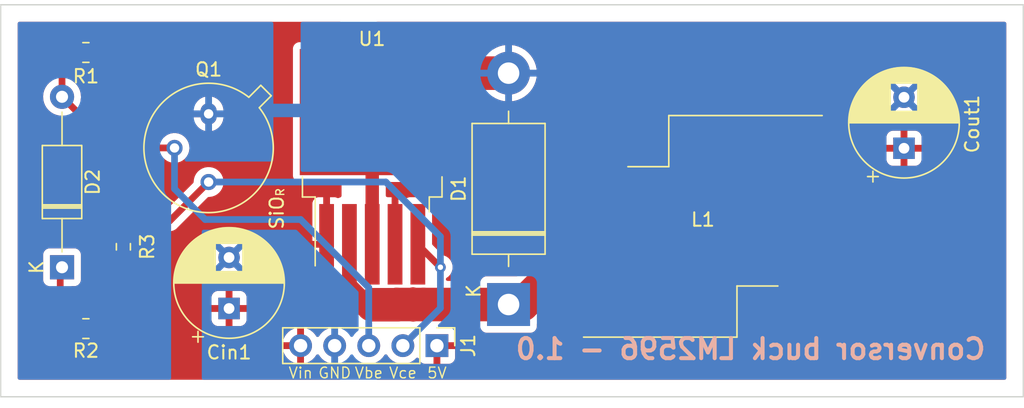
<source format=kicad_pcb>
(kicad_pcb (version 20211014) (generator pcbnew)
  (layers (0 "F.Cu" signal) (31 "B.Cu" signal) (34 "B.Paste" user) (35 "F.Paste" user) (36 "B.SilkS" user "B.Silkscreen") (37 "F.SilkS" user "F.Silkscreen") (38 "B.Mask" user) (39 "F.Mask" user) (44 "Edge.Cuts" user))
  (net 0 "")
  (net 1 "GND")
  (net 2 "/+5V")
  (net 3 "Net-(D2-Pad1)")
  (net 4 "/Vbe")
  (net 5 "/Vce")
  (net 6 "/Vin")
  (net 7 "/Vout")
  (footprint "Package_TO_SOT_THT:TO-39-3" (layer "F.Cu") (at 143.764 110.998 -90)
    (fp_text reference "Q1" (at -3.302 0 180) (layer "F.SilkS"))
    (fp_text value "2N2222")
    (fp_line (start -1.348039 -4.665856) (end -2.125856 -3.888039) (layer "F.SilkS") (width 0.12))
    (fp_line (start -2.125856 -3.888039) (end -1.234902 -2.997084) (layer "F.SilkS") (width 0.12))
    (fp_line (start -0.457084 -3.774902) (end -1.348039 -4.665856) (layer "F.SilkS") (width 0.12))
    (fp_arc (start -0.457084 -3.774902) (mid 5.948125 3.408384) (end -1.234674 -2.997371) (layer "F.SilkS") (width 0.12))
    (pad "1" thru_hole oval (at 0 0 270) (size 1.6 1.2) (drill 0.7) (layers *.Cu *.Mask) (net 1 "GND"))
    (pad "2" thru_hole oval (at 2.54 2.54 270) (size 1.2 1.2) (drill 0.7) (layers *.Cu *.Mask) (net 4 "/Vbe"))
    (pad "3" thru_hole oval (at 5.08 0 270) (size 1.2 1.2) (drill 0.7) (layers *.Cu *.Mask) (net 5 "/Vce"))
  )
  (footprint "Capacitor_THT:CP_Radial_D8.0mm_P3.80mm" (layer "F.Cu") (at 145.288 125.500651 90)
    (fp_text reference "Cin1" (at -3.277349 0 180) (layer "F.SilkS"))
    (fp_text value "560 uF")
    (fp_line (start 5.941 -0.768) (end 5.941 0.768) (layer "F.SilkS") (width 0.12))
    (fp_line (start 2.54 -4.03) (end 2.54 4.03) (layer "F.SilkS") (width 0.12))
    (fp_line (start 3.421 -3.79) (end 3.421 -1.04) (layer "F.SilkS") (width 0.12))
    (fp_line (start 5.381 -2.166) (end 5.381 2.166) (layer "F.SilkS") (width 0.12))
    (fp_line (start 2.661 -4.01) (end 2.661 4.01) (layer "F.SilkS") (width 0.12))
    (fp_line (start -2.109698 -2.715) (end -2.109698 -1.915) (layer "F.SilkS") (width 0.12))
    (fp_line (start 2.18 -4.071) (end 2.18 4.071) (layer "F.SilkS") (width 0.12))
    (fp_line (start 3.061 1.04) (end 3.061 3.914) (layer "F.SilkS") (width 0.12))
    (fp_line (start 4.021 1.04) (end 4.021 3.493) (layer "F.SilkS") (width 0.12))
    (fp_line (start 5.541 -1.89) (end 5.541 1.89) (layer "F.SilkS") (width 0.12))
    (fp_line (start 3.261 -3.85) (end 3.261 -1.04) (layer "F.SilkS") (width 0.12))
    (fp_line (start 4.261 -3.338) (end 4.261 -1.04) (layer "F.SilkS") (width 0.12))
    (fp_line (start 2.1 -4.076) (end 2.1 4.076) (layer "F.SilkS") (width 0.12))
    (fp_line (start 4.501 1.04) (end 4.501 3.156) (layer "F.SilkS") (width 0.12))
    (fp_line (start 2.42 -4.048) (end 2.42 4.048) (layer "F.SilkS") (width 0.12))
    (fp_line (start 4.821 1.04) (end 4.821 2.867) (layer "F.SilkS") (width 0.12))
    (fp_line (start 3.541 1.04) (end 3.541 3.74) (layer "F.SilkS") (width 0.12))
    (fp_line (start 4.341 -3.28) (end 4.341 -1.04) (layer "F.SilkS") (width 0.12))
    (fp_line (start 4.661 1.04) (end 4.661 3.019) (layer "F.SilkS") (width 0.12))
    (fp_line (start 4.261 1.04) (end 4.261 3.338) (layer "F.SilkS") (width 0.12))
    (fp_line (start 4.821 -2.867) (end 4.821 -1.04) (layer "F.SilkS") (width 0.12))
    (fp_line (start 5.221 -2.4) (end 5.221 2.4) (layer "F.SilkS") (width 0.12))
    (fp_line (start 2.781 -3.985) (end 2.781 -1.04) (layer "F.SilkS") (width 0.12))
    (fp_line (start 3.341 -3.821) (end 3.341 -1.04) (layer "F.SilkS") (width 0.12))
    (fp_line (start 2.901 -3.957) (end 2.901 -1.04) (layer "F.SilkS") (width 0.12))
    (fp_line (start 4.141 -3.418) (end 4.141 -1.04) (layer "F.SilkS") (width 0.12))
    (fp_line (start 2.58 -4.024) (end 2.58 4.024) (layer "F.SilkS") (width 0.12))
    (fp_line (start 4.061 1.04) (end 4.061 3.469) (layer "F.SilkS") (width 0.12))
    (fp_line (start 4.621 1.04) (end 4.621 3.055) (layer "F.SilkS") (width 0.12))
    (fp_line (start 4.541 1.04) (end 4.541 3.124) (layer "F.SilkS") (width 0.12))
    (fp_line (start 2.941 1.04) (end 2.941 3.947) (layer "F.SilkS") (width 0.12))
    (fp_line (start 2.02 -4.079) (end 2.02 4.079) (layer "F.SilkS") (width 0.12))
    (fp_line (start 4.741 1.04) (end 4.741 2.945) (layer "F.SilkS") (width 0.12))
    (fp_line (start 3.301 -3.835) (end 3.301 -1.04) (layer "F.SilkS") (width 0.12))
    (fp_line (start 5.741 -1.453) (end 5.741 1.453) (layer "F.SilkS") (width 0.12))
    (fp_line (start 4.461 1.04) (end 4.461 3.189) (layer "F.SilkS") (width 0.12))
    (fp_line (start 4.701 1.04) (end 4.701 2.983) (layer "F.SilkS") (width 0.12))
    (fp_line (start 3.741 1.04) (end 3.741 3.647) (layer "F.SilkS") (width 0.12))
    (fp_line (start 3.261 1.04) (end 3.261 3.85) (layer "F.SilkS") (width 0.12))
    (fp_line (start 3.061 -3.914) (end 3.061 -1.04) (layer "F.SilkS") (width 0.12))
    (fp_line (start 3.141 -3.889) (end 3.141 -1.04) (layer "F.SilkS") (width 0.12))
    (fp_line (start 5.621 -1.731) (end 5.621 1.731) (layer "F.SilkS") (width 0.12))
    (fp_line (start 4.181 -3.392) (end 4.181 -1.04) (layer "F.SilkS") (width 0.12))
    (fp_line (start 3.181 1.04) (end 3.181 3.877) (layer "F.SilkS") (width 0.12))
    (fp_line (start 5.661 -1.645) (end 5.661 1.645) (layer "F.SilkS") (width 0.12))
    (fp_line (start 4.701 -2.983) (end 4.701 -1.04) (layer "F.SilkS") (width 0.12))
    (fp_line (start 3.021 -3.925) (end 3.021 -1.04) (layer "F.SilkS") (width 0.12))
    (fp_line (start 3.381 1.04) (end 3.381 3.805) (layer "F.SilkS") (width 0.12))
    (fp_line (start 5.821 -1.229) (end 5.821 1.229) (layer "F.SilkS") (width 0.12))
    (fp_line (start 2.06 -4.077) (end 2.06 4.077) (layer "F.SilkS") (width 0.12))
    (fp_line (start 2.981 1.04) (end 2.981 3.936) (layer "F.SilkS") (width 0.12))
    (fp_line (start 4.981 -2.697) (end 4.981 2.697) (layer "F.SilkS") (width 0.12))
    (fp_line (start 4.301 1.04) (end 4.301 3.309) (layer "F.SilkS") (width 0.12))
    (fp_line (start 1.9 -4.08) (end 1.9 4.08) (layer "F.SilkS") (width 0.12))
    (fp_line (start 3.301 1.04) (end 3.301 3.835) (layer "F.SilkS") (width 0.12))
    (fp_line (start 4.541 -3.124) (end 4.541 -1.04) (layer "F.SilkS") (width 0.12))
    (fp_line (start 2.701 -4.002) (end 2.701 4.002) (layer "F.SilkS") (width 0.12))
    (fp_line (start 4.181 1.04) (end 4.181 3.392) (layer "F.SilkS") (width 0.12))
    (fp_line (start 2.34 -4.057) (end 2.34 4.057) (layer "F.SilkS") (width 0.12))
    (fp_line (start 4.381 -3.25) (end 4.381 -1.04) (layer "F.SilkS") (width 0.12))
    (fp_line (start 3.621 1.04) (end 3.621 3.704) (layer "F.SilkS") (width 0.12))
    (fp_line (start 4.941 -2.741) (end 4.941 2.741) (layer "F.SilkS") (width 0.12))
    (fp_line (start 2.621 -4.017) (end 2.621 4.017) (layer "F.SilkS") (width 0.12))
    (fp_line (start 5.901 -0.948) (end 5.901 0.948) (layer "F.SilkS") (width 0.12))
    (fp_line (start 3.341 1.04) (end 3.341 3.821) (layer "F.SilkS") (width 0.12))
    (fp_line (start 5.021 -2.651) (end 5.021 2.651) (layer "F.SilkS") (width 0.12))
    (fp_line (start 3.901 1.04) (end 3.901 3.562) (layer "F.SilkS") (width 0.12))
    (fp_line (start 3.621 -3.704) (end 3.621 -1.04) (layer "F.SilkS") (width 0.12))
    (fp_line (start 3.541 -3.74) (end 3.541 -1.04) (layer "F.SilkS") (width 0.12))
    (fp_line (start 2.941 -3.947) (end 2.941 -1.04) (layer "F.SilkS") (width 0.12))
    (fp_line (start 3.661 1.04) (end 3.661 3.686) (layer "F.SilkS") (width 0.12))
    (fp_line (start 3.661 -3.686) (end 3.661 -1.04) (layer "F.SilkS") (width 0.12))
    (fp_line (start 4.101 1.04) (end 4.101 3.444) (layer "F.SilkS") (width 0.12))
    (fp_line (start 3.861 1.04) (end 3.861 3.584) (layer "F.SilkS") (width 0.12))
    (fp_line (start 2.3 -4.061) (end 2.3 4.061) (layer "F.SilkS") (width 0.12))
    (fp_line (start 5.501 -1.964) (end 5.501 1.964) (layer "F.SilkS") (width 0.12))
    (fp_line (start 5.101 -2.556) (end 5.101 2.556) (layer "F.SilkS") (width 0.12))
    (fp_line (start 3.981 -3.517) (end 3.981 -1.04) (layer "F.SilkS") (width 0.12))
    (fp_line (start 3.421 1.04) (end 3.421 3.79) (layer "F.SilkS") (width 0.12))
    (fp_line (start 4.141 1.04) (end 4.141 3.418) (layer "F.SilkS") (width 0.12))
    (fp_line (start 3.181 -3.877) (end 3.181 -1.04) (layer "F.SilkS") (width 0.12))
    (fp_line (start 3.941 -3.54) (end 3.941 -1.04) (layer "F.SilkS") (width 0.12))
    (fp_line (start 4.661 -3.019) (end 4.661 -1.04) (layer "F.SilkS") (width 0.12))
    (fp_line (start 2.14 -4.074) (end 2.14 4.074) (layer "F.SilkS") (width 0.12))
    (fp_line (start 2.38 -4.052) (end 2.38 4.052) (layer "F.SilkS") (width 0.12))
    (fp_line (start 2.861 -3.967) (end 2.861 -1.04) (layer "F.SilkS") (width 0.12))
    (fp_line (start 4.621 -3.055) (end 4.621 -1.04) (layer "F.SilkS") (width 0.12))
    (fp_line (start 4.301 -3.309) (end 4.301 -1.04) (layer "F.SilkS") (width 0.12))
    (fp_line (start 5.181 -2.454) (end 5.181 2.454) (layer "F.SilkS") (width 0.12))
    (fp_line (start 3.141 1.04) (end 3.141 3.889) (layer "F.SilkS") (width 0.12))
    (fp_line (start 4.581 -3.09) (end 4.581 -1.04) (layer "F.SilkS") (width 0.12))
    (fp_line (start 2.901 1.04) (end 2.901 3.957) (layer "F.SilkS") (width 0.12))
    (fp_line (start 3.901 -3.562) (end 3.901 -1.04) (layer "F.SilkS") (width 0.12))
    (fp_line (start 2.821 1.04) (end 2.821 3.976) (layer "F.SilkS") (width 0.12))
    (fp_line (start 4.781 1.04) (end 4.781 2.907) (layer "F.SilkS") (width 0.12))
    (fp_line (start 3.581 -3.722) (end 3.581 -1.04) (layer "F.SilkS") (width 0.12))
    (fp_line (start 4.421 -3.22) (end 4.421 -1.04) (layer "F.SilkS") (width 0.12))
    (fp_line (start 3.101 1.04) (end 3.101 3.902) (layer "F.SilkS") (width 0.12))
    (fp_line (start 5.461 -2.034) (end 5.461 2.034) (layer "F.SilkS") (width 0.12))
    (fp_line (start 5.581 -1.813) (end 5.581 1.813) (layer "F.SilkS") (width 0.12))
    (fp_line (start 5.701 -1.552) (end 5.701 1.552) (layer "F.SilkS") (width 0.12))
    (fp_line (start 2.46 -4.042) (end 2.46 4.042) (layer "F.SilkS") (width 0.12))
    (fp_line (start 1.94 -4.08) (end 1.94 4.08) (layer "F.SilkS") (width 0.12))
    (fp_line (start 5.301 -2.287) (end 5.301 2.287) (layer "F.SilkS") (width 0.12))
    (fp_line (start 2.821 -3.976) (end 2.821 -1.04) (layer "F.SilkS") (width 0.12))
    (fp_line (start 2.22 -4.068) (end 2.22 4.068) (layer "F.SilkS") (width 0.12))
    (fp_line (start 3.701 -3.666) (end 3.701 -1.04) (layer "F.SilkS") (width 0.12))
    (fp_line (start 3.461 1.04) (end 3.461 3.774) (layer "F.SilkS") (width 0.12))
    (fp_line (start 3.701 1.04) (end 3.701 3.666) (layer "F.SilkS") (width 0.12))
    (fp_line (start 3.501 -3.757) (end 3.501 -1.04) (layer "F.SilkS") (width 0.12))
    (fp_line (start 3.101 -3.902) (end 3.101 -1.04) (layer "F.SilkS") (width 0.12))
    (fp_line (start 3.821 1.04) (end 3.821 3.606) (layer "F.SilkS") (width 0.12))
    (fp_line (start 4.741 -2.945) (end 4.741 -1.04) (layer "F.SilkS") (width 0.12))
    (fp_line (start 4.781 -2.907) (end 4.781 -1.04) (layer "F.SilkS") (width 0.12))
    (fp_line (start 4.061 -3.469) (end 4.061 -1.04) (layer "F.SilkS") (width 0.12))
    (fp_line (start 2.26 -4.065) (end 2.26 4.065) (layer "F.SilkS") (width 0.12))
    (fp_line (start 2.5 -4.037) (end 2.5 4.037) (layer "F.SilkS") (width 0.12))
    (fp_line (start 5.141 -2.505) (end 5.141 2.505) (layer "F.SilkS") (width 0.12))
    (fp_line (start 4.341 1.04) (end 4.341 3.28) (layer "F.SilkS") (width 0.12))
    (fp_line (start 3.781 -3.627) (end 3.781 -1.04) (layer "F.SilkS") (width 0.12))
    (fp_line (start 5.781 -1.346) (end 5.781 1.346) (layer "F.SilkS") (width 0.12))
    (fp_line (start 3.741 -3.647) (end 3.741 -1.04) (layer "F.SilkS") (width 0.12))
    (fp_line (start 3.221 1.04) (end 3.221 3.863) (layer "F.SilkS") (width 0.12))
    (fp_line (start 4.221 -3.365) (end 4.221 -1.04) (layer "F.SilkS") (width 0.12))
    (fp_line (start 2.981 -3.936) (end 2.981 -1.04) (layer "F.SilkS") (width 0.12))
    (fp_line (start 4.901 -2.784) (end 4.901 2.784) (layer "F.SilkS") (width 0.12))
    (fp_line (start 2.741 -3.994) (end 2.741 3.994) (layer "F.SilkS") (width 0.12))
    (fp_line (start 4.501 -3.156) (end 4.501 -1.04) (layer "F.SilkS") (width 0.12))
    (fp_line (start 2.861 1.04) (end 2.861 3.967) (layer "F.SilkS") (width 0.12))
    (fp_line (start 4.381 1.04) (end 4.381 3.25) (layer "F.SilkS") (width 0.12))
    (fp_line (start -2.509698 -2.315) (end -1.709698 -2.315) (layer "F.SilkS") (width 0.12))
    (fp_line (start 5.861 -1.098) (end 5.861 1.098) (layer "F.SilkS") (width 0.12))
    (fp_line (start 5.981 -0.533) (end 5.981 0.533) (layer "F.SilkS") (width 0.12))
    (fp_line (start 3.981 1.04) (end 3.981 3.517) (layer "F.SilkS") (width 0.12))
    (fp_line (start 4.221 1.04) (end 4.221 3.365) (layer "F.SilkS") (width 0.12))
    (fp_line (start 4.581 1.04) (end 4.581 3.09) (layer "F.SilkS") (width 0.12))
    (fp_line (start 3.821 -3.606) (end 3.821 -1.04) (layer "F.SilkS") (width 0.12))
    (fp_line (start 3.501 1.04) (end 3.501 3.757) (layer "F.SilkS") (width 0.12))
    (fp_line (start 2.781 1.04) (end 2.781 3.985) (layer "F.SilkS") (width 0.12))
    (fp_line (start 3.861 -3.584) (end 3.861 -1.04) (layer "F.SilkS") (width 0.12))
    (fp_line (start 4.021 -3.493) (end 4.021 -1.04) (layer "F.SilkS") (width 0.12))
    (fp_line (start 5.421 -2.102) (end 5.421 2.102) (layer "F.SilkS") (width 0.12))
    (fp_line (start 3.381 -3.805) (end 3.381 -1.04) (layer "F.SilkS") (width 0.12))
    (fp_line (start 3.461 -3.774) (end 3.461 -1.04) (layer "F.SilkS") (width 0.12))
    (fp_line (start 4.421 1.04) (end 4.421 3.22) (layer "F.SilkS") (width 0.12))
    (fp_line (start 4.101 -3.444) (end 4.101 -1.04) (layer "F.SilkS") (width 0.12))
    (fp_line (start 1.98 -4.08) (end 1.98 4.08) (layer "F.SilkS") (width 0.12))
    (fp_line (start 3.941 1.04) (end 3.941 3.54) (layer "F.SilkS") (width 0.12))
    (fp_line (start 4.861 -2.826) (end 4.861 2.826) (layer "F.SilkS") (width 0.12))
    (fp_line (start 3.021 1.04) (end 3.021 3.925) (layer "F.SilkS") (width 0.12))
    (fp_line (start 5.341 -2.228) (end 5.341 2.228) (layer "F.SilkS") (width 0.12))
    (fp_line (start 3.781 1.04) (end 3.781 3.627) (layer "F.SilkS") (width 0.12))
    (fp_line (start 4.461 -3.189) (end 4.461 -1.04) (layer "F.SilkS") (width 0.12))
    (fp_line (start 5.261 -2.345) (end 5.261 2.345) (layer "F.SilkS") (width 0.12))
    (fp_line (start 5.061 -2.604) (end 5.061 2.604) (layer "F.SilkS") (width 0.12))
    (fp_line (start 3.581 1.04) (end 3.581 3.722) (layer "F.SilkS") (width 0.12))
    (fp_line (start 3.221 -3.863) (end 3.221 -1.04) (layer "F.SilkS") (width 0.12))
    (fp_circle (center 1.9 0) (end 6.02 0) (layer "F.SilkS") (width 0.12) (fill none))
    (pad "1" thru_hole rect (at 0 0 90) (size 1.6 1.6) (drill 0.8) (layers *.Cu *.Mask) (net 6 "/Vin"))
    (pad "2" thru_hole circle (at 3.8 0 90) (size 1.6 1.6) (drill 0.8) (layers *.Cu *.Mask) (net 1 "GND"))
  )
  (footprint "Capacitor_THT:CP_Radial_D8.0mm_P3.80mm" (layer "F.Cu") (at 195.58 113.562651 90)
    (fp_text reference "Cout1" (at 1.802651 5.08 90) (layer "F.SilkS"))
    (fp_text value "560 uF")
    (fp_line (start 4.141 1.04) (end 4.141 3.418) (layer "F.SilkS") (width 0.12))
    (fp_line (start 5.581 -1.813) (end 5.581 1.813) (layer "F.SilkS") (width 0.12))
    (fp_line (start 3.741 1.04) (end 3.741 3.647) (layer "F.SilkS") (width 0.12))
    (fp_line (start 3.501 1.04) (end 3.501 3.757) (layer "F.SilkS") (width 0.12))
    (fp_line (start 3.501 -3.757) (end 3.501 -1.04) (layer "F.SilkS") (width 0.12))
    (fp_line (start -2.109698 -2.715) (end -2.109698 -1.915) (layer "F.SilkS") (width 0.12))
    (fp_line (start 1.94 -4.08) (end 1.94 4.08) (layer "F.SilkS") (width 0.12))
    (fp_line (start 3.461 -3.774) (end 3.461 -1.04) (layer "F.SilkS") (width 0.12))
    (fp_line (start 4.901 -2.784) (end 4.901 2.784) (layer "F.SilkS") (width 0.12))
    (fp_line (start 3.101 -3.902) (end 3.101 -1.04) (layer "F.SilkS") (width 0.12))
    (fp_line (start 4.541 -3.124) (end 4.541 -1.04) (layer "F.SilkS") (width 0.12))
    (fp_line (start 3.421 1.04) (end 3.421 3.79) (layer "F.SilkS") (width 0.12))
    (fp_line (start 2.54 -4.03) (end 2.54 4.03) (layer "F.SilkS") (width 0.12))
    (fp_line (start 4.381 1.04) (end 4.381 3.25) (layer "F.SilkS") (width 0.12))
    (fp_line (start 2.58 -4.024) (end 2.58 4.024) (layer "F.SilkS") (width 0.12))
    (fp_line (start 4.821 1.04) (end 4.821 2.867) (layer "F.SilkS") (width 0.12))
    (fp_line (start 5.821 -1.229) (end 5.821 1.229) (layer "F.SilkS") (width 0.12))
    (fp_line (start 5.101 -2.556) (end 5.101 2.556) (layer "F.SilkS") (width 0.12))
    (fp_line (start 2.14 -4.074) (end 2.14 4.074) (layer "F.SilkS") (width 0.12))
    (fp_line (start 5.341 -2.228) (end 5.341 2.228) (layer "F.SilkS") (width 0.12))
    (fp_line (start 4.101 1.04) (end 4.101 3.444) (layer "F.SilkS") (width 0.12))
    (fp_line (start 4.381 -3.25) (end 4.381 -1.04) (layer "F.SilkS") (width 0.12))
    (fp_line (start 4.941 -2.741) (end 4.941 2.741) (layer "F.SilkS") (width 0.12))
    (fp_line (start 3.901 -3.562) (end 3.901 -1.04) (layer "F.SilkS") (width 0.12))
    (fp_line (start 2.3 -4.061) (end 2.3 4.061) (layer "F.SilkS") (width 0.12))
    (fp_line (start 5.541 -1.89) (end 5.541 1.89) (layer "F.SilkS") (width 0.12))
    (fp_line (start 4.181 1.04) (end 4.181 3.392) (layer "F.SilkS") (width 0.12))
    (fp_line (start 2.821 -3.976) (end 2.821 -1.04) (layer "F.SilkS") (width 0.12))
    (fp_line (start 4.221 -3.365) (end 4.221 -1.04) (layer "F.SilkS") (width 0.12))
    (fp_line (start 5.461 -2.034) (end 5.461 2.034) (layer "F.SilkS") (width 0.12))
    (fp_line (start 4.181 -3.392) (end 4.181 -1.04) (layer "F.SilkS") (width 0.12))
    (fp_line (start 4.501 -3.156) (end 4.501 -1.04) (layer "F.SilkS") (width 0.12))
    (fp_line (start 3.701 -3.666) (end 3.701 -1.04) (layer "F.SilkS") (width 0.12))
    (fp_line (start 3.061 -3.914) (end 3.061 -1.04) (layer "F.SilkS") (width 0.12))
    (fp_line (start 2.901 1.04) (end 2.901 3.957) (layer "F.SilkS") (width 0.12))
    (fp_line (start 4.021 1.04) (end 4.021 3.493) (layer "F.SilkS") (width 0.12))
    (fp_line (start 5.861 -1.098) (end 5.861 1.098) (layer "F.SilkS") (width 0.12))
    (fp_line (start 4.781 1.04) (end 4.781 2.907) (layer "F.SilkS") (width 0.12))
    (fp_line (start 4.741 1.04) (end 4.741 2.945) (layer "F.SilkS") (width 0.12))
    (fp_line (start 2.5 -4.037) (end 2.5 4.037) (layer "F.SilkS") (width 0.12))
    (fp_line (start 3.861 1.04) (end 3.861 3.584) (layer "F.SilkS") (width 0.12))
    (fp_line (start 3.541 -3.74) (end 3.541 -1.04) (layer "F.SilkS") (width 0.12))
    (fp_line (start 4.461 -3.189) (end 4.461 -1.04) (layer "F.SilkS") (width 0.12))
    (fp_line (start 4.061 -3.469) (end 4.061 -1.04) (layer "F.SilkS") (width 0.12))
    (fp_line (start 3.461 1.04) (end 3.461 3.774) (layer "F.SilkS") (width 0.12))
    (fp_line (start 5.221 -2.4) (end 5.221 2.4) (layer "F.SilkS") (width 0.12))
    (fp_line (start 5.661 -1.645) (end 5.661 1.645) (layer "F.SilkS") (width 0.12))
    (fp_line (start 2.861 1.04) (end 2.861 3.967) (layer "F.SilkS") (width 0.12))
    (fp_line (start 3.581 1.04) (end 3.581 3.722) (layer "F.SilkS") (width 0.12))
    (fp_line (start 4.821 -2.867) (end 4.821 -1.04) (layer "F.SilkS") (width 0.12))
    (fp_line (start 2.821 1.04) (end 2.821 3.976) (layer "F.SilkS") (width 0.12))
    (fp_line (start 5.061 -2.604) (end 5.061 2.604) (layer "F.SilkS") (width 0.12))
    (fp_line (start 4.701 -2.983) (end 4.701 -1.04) (layer "F.SilkS") (width 0.12))
    (fp_line (start 4.581 -3.09) (end 4.581 -1.04) (layer "F.SilkS") (width 0.12))
    (fp_line (start 5.381 -2.166) (end 5.381 2.166) (layer "F.SilkS") (width 0.12))
    (fp_line (start 4.141 -3.418) (end 4.141 -1.04) (layer "F.SilkS") (width 0.12))
    (fp_line (start 2.06 -4.077) (end 2.06 4.077) (layer "F.SilkS") (width 0.12))
    (fp_line (start 3.181 -3.877) (end 3.181 -1.04) (layer "F.SilkS") (width 0.12))
    (fp_line (start 3.021 -3.925) (end 3.021 -1.04) (layer "F.SilkS") (width 0.12))
    (fp_line (start 2.741 -3.994) (end 2.741 3.994) (layer "F.SilkS") (width 0.12))
    (fp_line (start 4.861 -2.826) (end 4.861 2.826) (layer "F.SilkS") (width 0.12))
    (fp_line (start 4.301 1.04) (end 4.301 3.309) (layer "F.SilkS") (width 0.12))
    (fp_line (start 2.02 -4.079) (end 2.02 4.079) (layer "F.SilkS") (width 0.12))
    (fp_line (start 3.381 -3.805) (end 3.381 -1.04) (layer "F.SilkS") (width 0.12))
    (fp_line (start 3.341 1.04) (end 3.341 3.821) (layer "F.SilkS") (width 0.12))
    (fp_line (start 4.301 -3.309) (end 4.301 -1.04) (layer "F.SilkS") (width 0.12))
    (fp_line (start 5.981 -0.533) (end 5.981 0.533) (layer "F.SilkS") (width 0.12))
    (fp_line (start 5.181 -2.454) (end 5.181 2.454) (layer "F.SilkS") (width 0.12))
    (fp_line (start 3.941 1.04) (end 3.941 3.54) (layer "F.SilkS") (width 0.12))
    (fp_line (start 4.581 1.04) (end 4.581 3.09) (layer "F.SilkS") (width 0.12))
    (fp_line (start 5.781 -1.346) (end 5.781 1.346) (layer "F.SilkS") (width 0.12))
    (fp_line (start 2.901 -3.957) (end 2.901 -1.04) (layer "F.SilkS") (width 0.12))
    (fp_line (start 3.621 1.04) (end 3.621 3.704) (layer "F.SilkS") (width 0.12))
    (fp_line (start 2.1 -4.076) (end 2.1 4.076) (layer "F.SilkS") (width 0.12))
    (fp_line (start 3.701 1.04) (end 3.701 3.666) (layer "F.SilkS") (width 0.12))
    (fp_line (start 3.181 1.04) (end 3.181 3.877) (layer "F.SilkS") (width 0.12))
    (fp_line (start 3.741 -3.647) (end 3.741 -1.04) (layer "F.SilkS") (width 0.12))
    (fp_line (start 4.781 -2.907) (end 4.781 -1.04) (layer "F.SilkS") (width 0.12))
    (fp_line (start 3.821 -3.606) (end 3.821 -1.04) (layer "F.SilkS") (width 0.12))
    (fp_line (start 4.741 -2.945) (end 4.741 -1.04) (layer "F.SilkS") (width 0.12))
    (fp_line (start 5.941 -0.768) (end 5.941 0.768) (layer "F.SilkS") (width 0.12))
    (fp_line (start 3.141 1.04) (end 3.141 3.889) (layer "F.SilkS") (width 0.12))
    (fp_line (start 2.781 1.04) (end 2.781 3.985) (layer "F.SilkS") (width 0.12))
    (fp_line (start 2.781 -3.985) (end 2.781 -1.04) (layer "F.SilkS") (width 0.12))
    (fp_line (start 3.221 1.04) (end 3.221 3.863) (layer "F.SilkS") (width 0.12))
    (fp_line (start 5.021 -2.651) (end 5.021 2.651) (layer "F.SilkS") (width 0.12))
    (fp_line (start 5.141 -2.505) (end 5.141 2.505) (layer "F.SilkS") (width 0.12))
    (fp_line (start 3.261 -3.85) (end 3.261 -1.04) (layer "F.SilkS") (width 0.12))
    (fp_line (start 4.421 1.04) (end 4.421 3.22) (layer "F.SilkS") (width 0.12))
    (fp_line (start 3.541 1.04) (end 3.541 3.74) (layer "F.SilkS") (width 0.12))
    (fp_line (start 3.021 1.04) (end 3.021 3.925) (layer "F.SilkS") (width 0.12))
    (fp_line (start 3.901 1.04) (end 3.901 3.562) (layer "F.SilkS") (width 0.12))
    (fp_line (start 2.701 -4.002) (end 2.701 4.002) (layer "F.SilkS") (width 0.12))
    (fp_line (start 4.021 -3.493) (end 4.021 -1.04) (layer "F.SilkS") (width 0.12))
    (fp_line (start 3.141 -3.889) (end 3.141 -1.04) (layer "F.SilkS") (width 0.12))
    (fp_line (start 3.221 -3.863) (end 3.221 -1.04) (layer "F.SilkS") (width 0.12))
    (fp_line (start 4.341 -3.28) (end 4.341 -1.04) (layer "F.SilkS") (width 0.12))
    (fp_line (start 2.981 -3.936) (end 2.981 -1.04) (layer "F.SilkS") (width 0.12))
    (fp_line (start 2.621 -4.017) (end 2.621 4.017) (layer "F.SilkS") (width 0.12))
    (fp_line (start 3.821 1.04) (end 3.821 3.606) (layer "F.SilkS") (width 0.12))
    (fp_line (start 3.341 -3.821) (end 3.341 -1.04) (layer "F.SilkS") (width 0.12))
    (fp_line (start 5.701 -1.552) (end 5.701 1.552) (layer "F.SilkS") (width 0.12))
    (fp_line (start 4.621 -3.055) (end 4.621 -1.04) (layer "F.SilkS") (width 0.12))
    (fp_line (start 5.501 -1.964) (end 5.501 1.964) (layer "F.SilkS") (width 0.12))
    (fp_line (start 2.661 -4.01) (end 2.661 4.01) (layer "F.SilkS") (width 0.12))
    (fp_line (start 2.42 -4.048) (end 2.42 4.048) (layer "F.SilkS") (width 0.12))
    (fp_line (start 5.301 -2.287) (end 5.301 2.287) (layer "F.SilkS") (width 0.12))
    (fp_line (start 4.341 1.04) (end 4.341 3.28) (layer "F.SilkS") (width 0.12))
    (fp_line (start 2.38 -4.052) (end 2.38 4.052) (layer "F.SilkS") (width 0.12))
    (fp_line (start 3.421 -3.79) (end 3.421 -1.04) (layer "F.SilkS") (width 0.12))
    (fp_line (start 3.861 -3.584) (end 3.861 -1.04) (layer "F.SilkS") (width 0.12))
    (fp_line (start 2.861 -3.967) (end 2.861 -1.04) (layer "F.SilkS") (width 0.12))
    (fp_line (start 5.421 -2.102) (end 5.421 2.102) (layer "F.SilkS") (width 0.12))
    (fp_line (start 2.981 1.04) (end 2.981 3.936) (layer "F.SilkS") (width 0.12))
    (fp_line (start 4.101 -3.444) (end 4.101 -1.04) (layer "F.SilkS") (width 0.12))
    (fp_line (start 3.661 1.04) (end 3.661 3.686) (layer "F.SilkS") (width 0.12))
    (fp_line (start 2.22 -4.068) (end 2.22 4.068) (layer "F.SilkS") (width 0.12))
    (fp_line (start 3.381 1.04) (end 3.381 3.805) (layer "F.SilkS") (width 0.12))
    (fp_line (start 5.741 -1.453) (end 5.741 1.453) (layer "F.SilkS") (width 0.12))
    (fp_line (start 3.101 1.04) (end 3.101 3.902) (layer "F.SilkS") (width 0.12))
    (fp_line (start 4.621 1.04) (end 4.621 3.055) (layer "F.SilkS") (width 0.12))
    (fp_line (start 3.621 -3.704) (end 3.621 -1.04) (layer "F.SilkS") (width 0.12))
    (fp_line (start 3.781 -3.627) (end 3.781 -1.04) (layer "F.SilkS") (width 0.12))
    (fp_line (start 3.061 1.04) (end 3.061 3.914) (layer "F.SilkS") (width 0.12))
    (fp_line (start 3.301 1.04) (end 3.301 3.835) (layer "F.SilkS") (width 0.12))
    (fp_line (start 3.261 1.04) (end 3.261 3.85) (layer "F.SilkS") (width 0.12))
    (fp_line (start 5.261 -2.345) (end 5.261 2.345) (layer "F.SilkS") (width 0.12))
    (fp_line (start 2.26 -4.065) (end 2.26 4.065) (layer "F.SilkS") (width 0.12))
    (fp_line (start 4.501 1.04) (end 4.501 3.156) (layer "F.SilkS") (width 0.12))
    (fp_line (start 3.781 1.04) (end 3.781 3.627) (layer "F.SilkS") (width 0.12))
    (fp_line (start 2.18 -4.071) (end 2.18 4.071) (layer "F.SilkS") (width 0.12))
    (fp_line (start 4.701 1.04) (end 4.701 2.983) (layer "F.SilkS") (width 0.12))
    (fp_line (start 4.461 1.04) (end 4.461 3.189) (layer "F.SilkS") (width 0.12))
    (fp_line (start 4.261 1.04) (end 4.261 3.338) (layer "F.SilkS") (width 0.12))
    (fp_line (start 4.541 1.04) (end 4.541 3.124) (layer "F.SilkS") (width 0.12))
    (fp_line (start 4.661 1.04) (end 4.661 3.019) (layer "F.SilkS") (width 0.12))
    (fp_line (start 3.941 -3.54) (end 3.941 -1.04) (layer "F.SilkS") (width 0.12))
    (fp_line (start 4.421 -3.22) (end 4.421 -1.04) (layer "F.SilkS") (width 0.12))
    (fp_line (start 3.661 -3.686) (end 3.661 -1.04) (layer "F.SilkS") (width 0.12))
    (fp_line (start 3.301 -3.835) (end 3.301 -1.04) (layer "F.SilkS") (width 0.12))
    (fp_line (start 2.941 -3.947) (end 2.941 -1.04) (layer "F.SilkS") (width 0.12))
    (fp_line (start 2.46 -4.042) (end 2.46 4.042) (layer "F.SilkS") (width 0.12))
    (fp_line (start -2.509698 -2.315) (end -1.709698 -2.315) (layer "F.SilkS") (width 0.12))
    (fp_line (start 3.981 -3.517) (end 3.981 -1.04) (layer "F.SilkS") (width 0.12))
    (fp_line (start 4.221 1.04) (end 4.221 3.365) (layer "F.SilkS") (width 0.12))
    (fp_line (start 5.621 -1.731) (end 5.621 1.731) (layer "F.SilkS") (width 0.12))
    (fp_line (start 3.581 -3.722) (end 3.581 -1.04) (layer "F.SilkS") (width 0.12))
    (fp_line (start 1.98 -4.08) (end 1.98 4.08) (layer "F.SilkS") (width 0.12))
    (fp_line (start 3.981 1.04) (end 3.981 3.517) (layer "F.SilkS") (width 0.12))
    (fp_line (start 2.34 -4.057) (end 2.34 4.057) (layer "F.SilkS") (width 0.12))
    (fp_line (start 2.941 1.04) (end 2.941 3.947) (layer "F.SilkS") (width 0.12))
    (fp_line (start 1.9 -4.08) (end 1.9 4.08) (layer "F.SilkS") (width 0.12))
    (fp_line (start 4.061 1.04) (end 4.061 3.469) (layer "F.SilkS") (width 0.12))
    (fp_line (start 4.981 -2.697) (end 4.981 2.697) (layer "F.SilkS") (width 0.12))
    (fp_line (start 5.901 -0.948) (end 5.901 0.948) (layer "F.SilkS") (width 0.12))
    (fp_line (start 4.261 -3.338) (end 4.261 -1.04) (layer "F.SilkS") (width 0.12))
    (fp_line (start 4.661 -3.019) (end 4.661 -1.04) (layer "F.SilkS") (width 0.12))
    (fp_circle (center 1.9 0) (end 6.02 0) (layer "F.SilkS") (width 0.12) (fill none))
    (pad "1" thru_hole rect (at 0 0 90) (size 1.6 1.6) (drill 0.8) (layers *.Cu *.Mask) (net 2 "/+5V"))
    (pad "2" thru_hole circle (at 3.8 0 90) (size 1.6 1.6) (drill 0.8) (layers *.Cu *.Mask) (net 1 "GND"))
  )
  (footprint "Resistor_SMD:R_0805_2012Metric" (layer "F.Cu") (at 134.62 106.426)
    (fp_text reference "R1" (at 0 1.778) (layer "F.SilkS"))
    (fp_text value "12k")
    (fp_line (start -0.227064 -0.735) (end 0.227064 -0.735) (layer "F.SilkS") (width 0.12))
    (fp_line (start -0.227064 0.735) (end 0.227064 0.735) (layer "F.SilkS") (width 0.12))
    (pad "1" smd roundrect (at -1.9125 0) (size 3.025 1.4) (layers "F.Cu" "F.Paste" "F.Mask") (roundrect_rratio 0.243902) (net 4 "/Vbe"))
    (pad "2" smd roundrect (at 1.9125 0) (size 3.025 1.4) (layers "F.Cu" "F.Paste" "F.Mask") (roundrect_rratio 0.243902) (net 1 "GND"))
  )
  (footprint "Diode_THT:D_DO-201AD_P15.24mm_Horizontal" (layer "F.Cu") (at 166.116 124.206 90)
    (fp_text reference "D1" (at 7.62 -3.72 90) (layer "F.SilkS"))
    (fp_text value "D_Schottky")
    (fp_text user "K" (at 0 -2.6 90) (layer "F.SilkS"))
    (fp_line (start 2.75 -2.72) (end 2.75 2.72) (layer "F.SilkS") (width 0.12))
    (fp_line (start 1.84 0) (end 2.75 0) (layer "F.SilkS") (width 0.12))
    (fp_line (start 4.415 -2.72) (end 4.415 2.72) (layer "F.SilkS") (width 0.12))
    (fp_line (start 4.295 -2.72) (end 4.295 2.72) (layer "F.SilkS") (width 0.12))
    (fp_line (start 13.4 0) (end 12.49 0) (layer "F.SilkS") (width 0.12))
    (fp_line (start 12.49 -2.72) (end 2.75 -2.72) (layer "F.SilkS") (width 0.12))
    (fp_line (start 12.49 2.72) (end 12.49 -2.72) (layer "F.SilkS") (width 0.12))
    (fp_line (start 2.75 2.72) (end 12.49 2.72) (layer "F.SilkS") (width 0.12))
    (fp_line (start 4.175 -2.72) (end 4.175 2.72) (layer "F.SilkS") (width 0.12))
    (pad "1" thru_hole rect (at -1 0 90) (size 3.2 3.2) (drill 1.6) (layers *.Cu *.Mask) (net 7 "/Vout"))
    (pad "2" thru_hole oval (at 16.24 0 90) (size 3.2 3.2) (drill 1.6) (layers *.Cu *.Mask) (net 1 "GND"))
  )
  (footprint "Diode_THT:D_A-405_P12.70mm_Horizontal" (layer "F.Cu") (at 132.842 122.428 90)
    (fp_text reference "D2" (at 6.35 2.286 90) (layer "F.SilkS"))
    (fp_text value "D_Zener")
    (fp_text user "K" (at 0 -1.9 90) (layer "F.SilkS"))
    (fp_line (start 4.41 -1.47) (end 4.41 1.47) (layer "F.SilkS") (width 0.12))
    (fp_line (start 11.56 0) (end 9.07 0) (layer "F.SilkS") (width 0.12))
    (fp_line (start 4.65 -1.47) (end 4.65 1.47) (layer "F.SilkS") (width 0.12))
    (fp_line (start 3.63 1.47) (end 9.07 1.47) (layer "F.SilkS") (width 0.12))
    (fp_line (start 9.07 1.47) (end 9.07 -1.47) (layer "F.SilkS") (width 0.12))
    (fp_line (start 9.07 -1.47) (end 3.63 -1.47) (layer "F.SilkS") (width 0.12))
    (fp_line (start 3.63 -1.47) (end 3.63 1.47) (layer "F.SilkS") (width 0.12))
    (fp_line (start 1.14 0) (end 3.63 0) (layer "F.SilkS") (width 0.12))
    (fp_line (start 4.53 -1.47) (end 4.53 1.47) (layer "F.SilkS") (width 0.12))
    (pad "1" thru_hole rect (at 0 0 90) (size 1.8 1.8) (drill 0.9) (layers *.Cu *.Mask) (net 3 "Net-(D2-Pad1)"))
    (pad "2" thru_hole oval (at 12.7 0 90) (size 1.8 1.8) (drill 0.9) (layers *.Cu *.Mask) (net 4 "/Vbe"))
  )
  (footprint "TFG:PE-54041" (layer "F.Cu") (at 180.594 119.38)
    (fp_text reference "L1" (at 0 -0.5 unlocked) (layer "F.SilkS"))
    (fp_text value "25 uH")
    (fp_line (start -2.54 -8.255) (end 8.89 -8.255) (layer "F.SilkS") (width 0.12))
    (fp_line (start -2.54 -8.255) (end -2.54 -4.445) (layer "F.SilkS") (width 0.12))
    (fp_line (start 2.54 4.445) (end 5.588 4.445) (layer "F.SilkS") (width 0.12))
    (fp_line (start 2.54 4.445) (end 2.54 8.255) (layer "F.SilkS") (width 0.12))
    (fp_line (start -2.54 -4.445) (end -5.588 -4.445) (layer "F.SilkS") (width 0.12))
    (fp_line (start 2.54 8.255) (end -8.89 8.255) (layer "F.SilkS") (width 0.12))
    (pad "1" smd roundrect (at -7.62 0) (size 3.04 15.75) (layers "F.Cu" "F.Paste" "F.Mask") (roundrect_rratio 0.5) (net 7 "/Vout"))
    (pad "2" smd roundrect (at 7.62 0) (size 3.04 15.75) (layers "F.Cu" "F.Paste" "F.Mask") (roundrect_rratio 0.5) (net 2 "/+5V"))
  )
  (footprint "Resistor_SMD:R_0805_2012Metric" (layer "F.Cu") (at 134.62 127 180)
    (fp_text reference "R2" (at 0 -1.65) (layer "F.SilkS"))
    (fp_text value "15k")
    (fp_line (start -0.227064 -0.735) (end 0.227064 -0.735) (layer "F.SilkS") (width 0.12))
    (fp_line (start -0.227064 0.735) (end 0.227064 0.735) (layer "F.SilkS") (width 0.12))
    (pad "1" smd roundrect (at -1.9125 0 180) (size 3.025 1.4) (layers "F.Cu" "F.Paste" "F.Mask") (roundrect_rratio 0.243902) (net 6 "/Vin"))
    (pad "2" smd roundrect (at 1.9125 0 180) (size 3.025 1.4) (layers "F.Cu" "F.Paste" "F.Mask") (roundrect_rratio 0.243902) (net 3 "Net-(D2-Pad1)"))
  )
  (footprint "Connector_PinHeader_2.54mm:PinHeader_1x05_P2.54mm_Vertical" (layer "F.Cu") (at 160.777 128.27 -90)
    (fp_text reference "J1" (at 0 -2.33 90) (layer "F.SilkS"))
    (fp_text value "Conn_01x05")
    (fp_line (start -1.33 1.27) (end 1.33 1.27) (layer "F.SilkS") (width 0.12))
    (fp_line (start -1.33 0) (end -1.33 -1.33) (layer "F.SilkS") (width 0.12))
    (fp_line (start 1.33 1.27) (end 1.33 11.49) (layer "F.SilkS") (width 0.12))
    (fp_line (start -1.33 -1.33) (end 0 -1.33) (layer "F.SilkS") (width 0.12))
    (fp_line (start -1.33 11.49) (end 1.33 11.49) (layer "F.SilkS") (width 0.12))
    (fp_line (start -1.33 1.27) (end -1.33 11.49) (layer "F.SilkS") (width 0.12))
    (pad "1" thru_hole rect (at 0 0 270) (size 1.7 1.7) (drill 1) (layers *.Cu *.Mask) (net 2 "/+5V"))
    (pad "2" thru_hole oval (at 0 2.54 270) (size 1.7 1.7) (drill 1) (layers *.Cu *.Mask) (net 5 "/Vce"))
    (pad "3" thru_hole oval (at 0 5.08 270) (size 1.7 1.7) (drill 1) (layers *.Cu *.Mask) (net 4 "/Vbe"))
    (pad "4" thru_hole oval (at 0 7.62 270) (size 1.7 1.7) (drill 1) (layers *.Cu *.Mask) (net 1 "GND"))
    (pad "5" thru_hole oval (at 0 10.16 270) (size 1.7 1.7) (drill 1) (layers *.Cu *.Mask) (net 6 "/Vin"))
  )
  (footprint "Package_TO_SOT_SMD:TO-263-5_TabPin3" (layer "F.Cu") (at 155.956 114.243 90)
    (fp_text reference "U1" (at 8.824 -0.019 180) (layer "F.SilkS"))
    (fp_text value "LM2596S-5")
    (fp_line (start -2.95 -5.2) (end -2.95 -4.25) (layer "F.SilkS") (width 0.12))
    (fp_line (start -1.45 5.2) (end -2.95 5.2) (layer "F.SilkS") (width 0.12))
    (fp_line (start -2.95 5.2) (end -2.95 4.25) (layer "F.SilkS") (width 0.12))
    (fp_line (start -2.95 4.25) (end -4.05 4.25) (layer "F.SilkS") (width 0.12))
    (fp_line (start -1.45 -5.2) (end -2.95 -5.2) (layer "F.SilkS") (width 0.12))
    (fp_line (start -2.95 -4.25) (end -8.075 -4.25) (layer "F.SilkS") (width 0.12))
    (pad "1" smd rect (at -6.475 -3.4 90) (size 6 1.1) (layers "F.Cu" "F.Paste" "F.Mask") (net 6 "/Vin"))
    (pad "2" smd rect (at -6.475 -1.7 90) (size 6 1.1) (layers "F.Cu" "F.Paste" "F.Mask") (net 7 "/Vout"))
    (pad "3" smd rect (at -6.475 0 90) (size 6 1.1) (layers "F.Cu" "F.Paste" "F.Mask") (net 1 "GND"))
    (pad "3" smd rect (at 3.375 0 90) (size 9.4 10.8) (layers "F.Cu" "F.Mask") (net 1 "GND"))
    (pad "4" smd rect (at -6.475 1.7 90) (size 6 1.1) (layers "F.Cu" "F.Paste" "F.Mask") (net 2 "/+5V"))
    (pad "5" smd rect (at -6.475 3.4 90) (size 6 1.1) (layers "F.Cu" "F.Paste" "F.Mask") (net 5 "/Vce"))
  )
  (footprint "Resistor_SMD:R_0603_1608Metric" (layer "F.Cu") (at 137.414 120.904 90)
    (fp_text reference "R3" (at 0 1.778 90) (layer "F.SilkS"))
    (fp_text value "47k")
    (fp_line (start -0.237258 0.5225) (end 0.237258 0.5225) (layer "F.SilkS") (width 0.12))
    (fp_line (start -0.237258 -0.5225) (end 0.237258 -0.5225) (layer "F.SilkS") (width 0.12))
    (pad "1" smd roundrect (at -1.925 0 90) (size 3 0.95) (layers "F.Cu" "F.Paste" "F.Mask") (net 6 "/Vin"))
    (pad "2" smd roundrect (at 1.925 0 90) (size 3 0.95) (layers "F.Cu" "F.Paste" "F.Mask") (net 5 "/Vce"))
  )
  (gr_rect (start 128.27 102.87) (end 204.47 132.08) (layer "Edge.Cuts") (width 0.1) (fill none))
  (gr_text "Conversor buck LM2596 - 1.0" (at 184.15 128.524) (layer "B.SilkS") (effects (font (size 1.5 1.5) (thickness 0.3)) (justify mirror)))
  (gr_text "R" (at 149.098 116.84 90) (layer "F.SilkS") (effects (font (size 0.6 0.6) (thickness 0.1))))
  (gr_text "5V" (at 160.782 130.302) (layer "F.SilkS") (effects (font (size 0.8 0.8) (thickness 0.1))))
  (gr_text "Vce" (at 158.242 130.302) (layer "F.SilkS") (effects (font (size 0.8 0.8) (thickness 0.1))))
  (gr_text "SiO" (at 148.844 118.364 90) (layer "F.SilkS") (effects (font (size 1 1))))
  (gr_text "Vin" (at 150.622 130.302) (layer "F.SilkS") (effects (font (size 0.8 0.8) (thickness 0.1))))
  (gr_text "Vbe" (at 155.702 130.302) (layer "F.SilkS") (effects (font (size 0.8 0.8) (thickness 0.1))))
  (gr_text "GND" (at 153.162 130.302) (layer "F.SilkS") (effects (font (size 0.8 0.8) (thickness 0.1))))
  (segment (start 155.956 120.718) (end 155.956 110.868) (width 1) (layer "F.Cu") (net 1))
  (segment (start 158.858 107.966) (end 155.956 110.868) (width 2.5) (layer "F.Cu") (net 1))
  (segment (start 141.1045 110.998) (end 143.764 110.998) (width 0.5) (layer "F.Cu") (net 1))
  (segment (start 166.116 107.966) (end 158.858 107.966) (width 2.5) (layer "F.Cu") (net 1))
  (segment (start 136.5325 106.426) (end 141.1045 110.998) (width 0.5) (layer "F.Cu") (net 1))
  (segment (start 148.082 110.744) (end 151.13 110.744) (width 1) (layer "B.Cu") (net 1))
  (segment (start 132.7075 122.5625) (end 132.842 122.428) (width 0.5) (layer "F.Cu") (net 3))
  (segment (start 132.7075 127) (end 132.7075 122.5625) (width 0.5) (layer "F.Cu") (net 3))
  (segment (start 132.842 109.728) (end 132.842 106.5605) (width 0.5) (layer "F.Cu") (net 4))
  (segment (start 136.652 113.538) (end 132.842 109.728) (width 0.5) (layer "F.Cu") (net 4))
  (segment (start 141.224 113.538) (end 136.652 113.538) (width 0.5) (layer "F.Cu") (net 4))
  (segment (start 132.842 106.5605) (end 132.7075 106.426) (width 0.5) (layer "F.Cu") (net 4))
  (segment (start 143.51 118.872) (end 141.224 116.586) (width 0.5) (layer "B.Cu") (net 4))
  (segment (start 155.697 123.947) (end 150.622 118.872) (width 0.5) (layer "B.Cu") (net 4))
  (segment (start 155.697 128.27) (end 155.697 123.947) (width 0.5) (layer "B.Cu") (net 4))
  (segment (start 141.224 116.586) (end 141.224 113.538) (width 0.5) (layer "B.Cu") (net 4))
  (segment (start 150.622 118.872) (end 143.51 118.872) (width 0.5) (layer "B.Cu") (net 4))
  (segment (start 159.356 120.718) (end 159.356 120.748) (width 0.5) (layer "F.Cu") (net 5))
  (segment (start 137.414 118.979) (end 140.863 118.979) (width 0.5) (layer "F.Cu") (net 5))
  (segment (start 140.863 118.979) (end 143.764 116.078) (width 0.5) (layer "F.Cu") (net 5))
  (segment (start 159.356 120.748) (end 161.036 122.428) (width 0.5) (layer "F.Cu") (net 5))
  (via (at 161.036 122.428) (size 0.8) (drill 0.4) (layers "F.Cu" "B.Cu") (net 5))
  (segment (start 161.036 122.428) (end 161.036 120.142) (width 0.5) (layer "B.Cu") (net 5))
  (segment (start 156.972 116.078) (end 143.764 116.078) (width 0.5) (layer "B.Cu") (net 5))
  (segment (start 158.237 128.27) (end 161.036 125.471) (width 0.5) (layer "B.Cu") (net 5))
  (segment (start 161.036 120.142) (end 156.972 116.078) (width 0.5) (layer "B.Cu") (net 5))
  (segment (start 161.036 125.471) (end 161.036 122.428) (width 0.5) (layer "B.Cu") (net 5))
  (segment (start 159.004 125.984) (end 159.782 125.206) (width 1) (layer "F.Cu") (net 7))
  (segment (start 159.782 125.206) (end 157.772489 125.206) (width 2.5) (layer "F.Cu") (net 7))
  (segment (start 157.772489 125.206) (end 157.756489 125.222) (width 2.5) (layer "F.Cu") (net 7))
  (segment (start 155.94 125.206) (end 155.956 125.222) (width 1.5) (layer "F.Cu") (net 7))
  (segment (start 154.256 120.718) (end 154.256 124.03) (width 1) (layer "F.Cu") (net 7))
  (segment (start 158.993511 124.417511) (end 159.782 125.206) (width 1) (layer "F.Cu") (net 7))
  (segment (start 155.432 125.206) (end 155.94 125.206) (width 1.5) (layer "F.Cu") (net 7))
  (segment (start 166.116 125.206) (end 167.148 125.206) (width 2.5) (layer "F.Cu") (net 7))
  (segment (start 154.256 124.03) (end 155.432 125.206) (width 1.5) (layer "F.Cu") (net 7))
  (segment (start 167.148 125.206) (end 172.974 119.38) (width 2.5) (layer "F.Cu") (net 7))
  (segment (start 166.116 125.206) (end 159.782 125.206) (width 2.5) (layer "F.Cu") (net 7))
  (segment (start 157.756489 125.222) (end 155.956 125.222) (width 2.5) (layer "F.Cu") (net 7))
  (zone (net 6) (net_name "/Vin") (layer "F.Cu") (connect_pads (clearance 0.508)) (min_thickness 0.254) (fill yes (thermal_gap 0.508) (thermal_bridge_width 0.508))
    (polygon (pts (xy 153.67 130.81) (xy 129.54 130.81) (xy 129.54 104.14) (xy 153.67 104.14)))
  )
  (zone (net 2) (net_name "/+5V") (layer "F.Cu") (connect_pads (clearance 0.508)) (min_thickness 0.254) (fill yes (thermal_gap 0.508) (thermal_bridge_width 0.508))
    (polygon (pts (xy 203.2 130.81) (xy 156.21 130.81) (xy 156.21 104.14) (xy 203.2 104.14)))
  )
  (zone (net 1) (net_name "GND") (layer "B.Cu") (connect_pads (clearance 0.508)) (min_thickness 0.254) (fill yes (thermal_gap 0.508) (thermal_bridge_width 0.508))
    (polygon (pts (xy 148.59 114.554) (xy 140.97 114.554) (xy 140.97 130.81) (xy 129.54 130.81) (xy 129.54 104.14) (xy 148.59 104.14)))
  )
  (zone (net 1) (net_name "GND") (layer "B.Cu") (connect_pads (clearance 0.508)) (min_thickness 0.254) (fill yes (thermal_gap 0.508) (thermal_bridge_width 0.508))
    (polygon (pts (xy 203.2 130.81) (xy 143.256 130.81) (xy 143.256 119.634) (xy 150.622 119.634) (xy 150.622 104.14) (xy 203.2 104.14)))
  )
)
</source>
